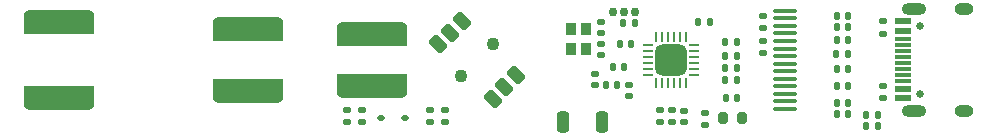
<source format=gbr>
%TF.GenerationSoftware,KiCad,Pcbnew,(6.99.0-4266-g9b4505c6d2)*%
%TF.CreationDate,2022-11-13T11:25:58+08:00*%
%TF.ProjectId,ESP_PD210,4553505f-5044-4323-9130-2e6b69636164,Bata1*%
%TF.SameCoordinates,Original*%
%TF.FileFunction,Soldermask,Top*%
%TF.FilePolarity,Negative*%
%FSLAX46Y46*%
G04 Gerber Fmt 4.6, Leading zero omitted, Abs format (unit mm)*
G04 Created by KiCad (PCBNEW (6.99.0-4266-g9b4505c6d2)) date 2022-11-13 11:25:58*
%MOMM*%
%LPD*%
G01*
G04 APERTURE LIST*
G04 Aperture macros list*
%AMRoundRect*
0 Rectangle with rounded corners*
0 $1 Rounding radius*
0 $2 $3 $4 $5 $6 $7 $8 $9 X,Y pos of 4 corners*
0 Add a 4 corners polygon primitive as box body*
4,1,4,$2,$3,$4,$5,$6,$7,$8,$9,$2,$3,0*
0 Add four circle primitives for the rounded corners*
1,1,$1+$1,$2,$3*
1,1,$1+$1,$4,$5*
1,1,$1+$1,$6,$7*
1,1,$1+$1,$8,$9*
0 Add four rect primitives between the rounded corners*
20,1,$1+$1,$2,$3,$4,$5,0*
20,1,$1+$1,$4,$5,$6,$7,0*
20,1,$1+$1,$6,$7,$8,$9,0*
20,1,$1+$1,$8,$9,$2,$3,0*%
%AMFreePoly0*
4,1,17,-3.000000,0.500000,-2.988573,0.606283,-2.938839,0.739624,-2.853553,0.853553,-2.739624,0.938839,-2.606283,0.988573,-2.500000,1.000000,2.500000,1.000000,2.606283,0.988573,2.739624,0.938839,2.853553,0.853553,2.938839,0.739624,2.988573,0.606283,3.000000,0.500000,3.000000,-1.000000,-3.000000,-1.000000,-3.000000,0.500000,-3.000000,0.500000,$1*%
G04 Aperture macros list end*
%ADD10RoundRect,0.250000X0.250000X0.650000X-0.250000X0.650000X-0.250000X-0.650000X0.250000X-0.650000X0*%
%ADD11RoundRect,0.140000X-0.170000X0.140000X-0.170000X-0.140000X0.170000X-0.140000X0.170000X0.140000X0*%
%ADD12RoundRect,0.147500X0.172500X-0.147500X0.172500X0.147500X-0.172500X0.147500X-0.172500X-0.147500X0*%
%ADD13RoundRect,0.135000X0.135000X0.185000X-0.135000X0.185000X-0.135000X-0.185000X0.135000X-0.185000X0*%
%ADD14C,0.750000*%
%ADD15RoundRect,0.135000X0.185000X-0.135000X0.185000X0.135000X-0.185000X0.135000X-0.185000X-0.135000X0*%
%ADD16RoundRect,0.140000X-0.140000X-0.170000X0.140000X-0.170000X0.140000X0.170000X-0.140000X0.170000X0*%
%ADD17RoundRect,0.140000X0.170000X-0.140000X0.170000X0.140000X-0.170000X0.140000X-0.170000X-0.140000X0*%
%ADD18RoundRect,0.140000X0.140000X0.170000X-0.140000X0.170000X-0.140000X-0.170000X0.140000X-0.170000X0*%
%ADD19RoundRect,0.200000X0.200000X0.275000X-0.200000X0.275000X-0.200000X-0.275000X0.200000X-0.275000X0*%
%ADD20RoundRect,0.135000X-0.185000X0.135000X-0.185000X-0.135000X0.185000X-0.135000X0.185000X0.135000X0*%
%ADD21RoundRect,0.225000X-0.225000X0.325000X-0.225000X-0.325000X0.225000X-0.325000X0.225000X0.325000X0*%
%ADD22FreePoly0,0.000000*%
%ADD23FreePoly0,180.000000*%
%ADD24C,1.100000*%
%ADD25RoundRect,0.250000X0.176777X-0.530330X0.530330X-0.176777X-0.176777X0.530330X-0.530330X0.176777X0*%
%ADD26RoundRect,0.135000X-0.135000X-0.185000X0.135000X-0.185000X0.135000X0.185000X-0.135000X0.185000X0*%
%ADD27RoundRect,0.080000X0.920000X-0.080000X0.920000X0.080000X-0.920000X0.080000X-0.920000X-0.080000X0*%
%ADD28RoundRect,0.112500X-0.187500X-0.112500X0.187500X-0.112500X0.187500X0.112500X-0.187500X0.112500X0*%
%ADD29RoundRect,0.062500X0.062500X-0.350000X0.062500X0.350000X-0.062500X0.350000X-0.062500X-0.350000X0*%
%ADD30RoundRect,0.062500X0.350000X-0.062500X0.350000X0.062500X-0.350000X0.062500X-0.350000X-0.062500X0*%
%ADD31RoundRect,0.675000X0.675000X-0.675000X0.675000X0.675000X-0.675000X0.675000X-0.675000X-0.675000X0*%
%ADD32C,0.650000*%
%ADD33R,1.450000X0.600000*%
%ADD34R,1.450000X0.300000*%
%ADD35O,2.100000X1.000000*%
%ADD36O,1.600000X1.000000*%
%ADD37RoundRect,0.147500X-0.147500X-0.172500X0.147500X-0.172500X0.147500X0.172500X-0.147500X0.172500X0*%
G04 APERTURE END LIST*
D10*
%TO.C,AE1*%
X162503025Y-110001606D03*
X159203025Y-110001606D03*
%TD*%
D11*
%TO.C,C14*%
X140953025Y-109016606D03*
X140953025Y-109976606D03*
%TD*%
D12*
%TO.C,L1*%
X168413029Y-109986603D03*
X168413029Y-109016603D03*
%TD*%
D13*
%TO.C,R8*%
X173953017Y-105431608D03*
X172933017Y-105431608D03*
%TD*%
D11*
%TO.C,C23*%
X164773025Y-106866606D03*
X164773025Y-107826606D03*
%TD*%
D14*
%TO.C,J1*%
X165323032Y-100686609D03*
X164373032Y-100686609D03*
X163423032Y-100686609D03*
%TD*%
D15*
%TO.C,R23*%
X176163025Y-102061606D03*
X176163025Y-101041606D03*
%TD*%
D16*
%TO.C,C16*%
X172963017Y-106446606D03*
X173923017Y-106446606D03*
%TD*%
D17*
%TO.C,C11*%
X169443025Y-109981603D03*
X169443025Y-109021603D03*
%TD*%
D12*
%TO.C,L2*%
X162443013Y-104321605D03*
X162443013Y-103351605D03*
%TD*%
D18*
%TO.C,C8*%
X183343025Y-101981606D03*
X182383025Y-101981606D03*
%TD*%
D19*
%TO.C,TH1*%
X174398025Y-109681606D03*
X172748025Y-109681606D03*
%TD*%
D20*
%TO.C,R5*%
X142163025Y-108986606D03*
X142163025Y-110006606D03*
%TD*%
D13*
%TO.C,R2*%
X165293025Y-101626606D03*
X164273025Y-101626606D03*
%TD*%
D18*
%TO.C,C5*%
X165013025Y-103396606D03*
X164053025Y-103396606D03*
%TD*%
D13*
%TO.C,R1*%
X183373025Y-104256606D03*
X182353025Y-104256606D03*
%TD*%
D16*
%TO.C,C15*%
X170683037Y-101526612D03*
X171643037Y-101526612D03*
%TD*%
D20*
%TO.C,R18*%
X171233025Y-109191606D03*
X171233025Y-110211606D03*
%TD*%
D21*
%TO.C,X1*%
X159873025Y-102146606D03*
X159873025Y-103846606D03*
X161173025Y-103846606D03*
X161173025Y-102146606D03*
%TD*%
D15*
%TO.C,R10*%
X147943026Y-110006606D03*
X147943026Y-108986606D03*
%TD*%
D20*
%TO.C,R22*%
X176163025Y-103111606D03*
X176163025Y-104131606D03*
%TD*%
D18*
%TO.C,C13*%
X183343025Y-100981606D03*
X182383025Y-100981606D03*
%TD*%
D16*
%TO.C,C10*%
X173033025Y-107961606D03*
X173993025Y-107961606D03*
%TD*%
D22*
%TO.C,J2*%
X116563024Y-101531605D03*
D23*
X116563024Y-107931605D03*
D22*
X132563024Y-102131605D03*
D23*
X132563024Y-107331605D03*
D22*
X143063024Y-102531605D03*
D23*
X143063024Y-106931605D03*
%TD*%
D24*
%TO.C,SW1*%
X153306528Y-103388103D03*
X150619522Y-106075109D03*
D25*
X150654877Y-101443559D03*
X149664928Y-102433509D03*
X148674978Y-103423458D03*
X155251072Y-106039754D03*
X154261122Y-107029703D03*
X153271173Y-108019653D03*
%TD*%
D26*
%TO.C,R19*%
X184863025Y-110361606D03*
X185883025Y-110361606D03*
%TD*%
D18*
%TO.C,C2*%
X183343025Y-108376606D03*
X182383025Y-108376606D03*
%TD*%
D16*
%TO.C,C7*%
X182383025Y-105481606D03*
X183343025Y-105481606D03*
%TD*%
D18*
%TO.C,C3*%
X183343025Y-106981606D03*
X182383025Y-106981606D03*
%TD*%
D27*
%TO.C,U1*%
X178043025Y-108891606D03*
X178043025Y-108251606D03*
X178043025Y-107611606D03*
X178043025Y-106971606D03*
X178043025Y-106331606D03*
X178043025Y-105691606D03*
X178043025Y-105051606D03*
X178043025Y-104411606D03*
X178043025Y-103771606D03*
X178043025Y-103131606D03*
X178043025Y-102491606D03*
X178043025Y-101851606D03*
X178043025Y-101211606D03*
X178043025Y-100571606D03*
%TD*%
D28*
%TO.C,D1*%
X143783025Y-109636606D03*
X145883020Y-109636606D03*
%TD*%
D16*
%TO.C,C1*%
X182383025Y-109346606D03*
X183343025Y-109346606D03*
%TD*%
D29*
%TO.C,U2*%
X167123025Y-106694106D03*
X167623025Y-106694106D03*
X168123025Y-106694106D03*
X168623025Y-106694106D03*
X169123025Y-106694106D03*
X169623025Y-106694106D03*
D30*
X170335525Y-105981606D03*
X170335525Y-105481606D03*
X170335525Y-104981606D03*
X170335525Y-104481606D03*
X170335525Y-103981606D03*
X170335525Y-103481606D03*
D29*
X169623025Y-102769106D03*
X169123025Y-102769106D03*
X168623025Y-102769106D03*
X168123025Y-102769106D03*
X167623025Y-102769106D03*
X167123025Y-102769106D03*
D30*
X166410525Y-103481606D03*
X166410525Y-103981606D03*
X166410525Y-104481606D03*
X166410525Y-104981606D03*
X166410525Y-105481606D03*
X166410525Y-105981606D03*
D31*
X168373027Y-104731618D03*
%TD*%
D11*
%TO.C,C12*%
X167393025Y-109011595D03*
X167393025Y-109971595D03*
%TD*%
D32*
%TO.C,J3*%
X189483825Y-107621606D03*
X189483825Y-101841606D03*
D33*
X188038824Y-107981605D03*
X188038824Y-107181605D03*
D34*
X188038824Y-105981605D03*
X188038824Y-104981605D03*
X188038824Y-104481605D03*
X188038824Y-103481605D03*
D33*
X188038824Y-102281605D03*
X188038824Y-101481605D03*
X188038824Y-101481605D03*
X188038824Y-102281605D03*
D34*
X188038824Y-102981605D03*
X188038824Y-103981605D03*
X188038824Y-105481605D03*
X188038824Y-106481605D03*
D33*
X188038824Y-107181605D03*
X188038824Y-107981605D03*
D35*
X188953824Y-109051605D03*
D36*
X193133824Y-109051605D03*
D35*
X188953824Y-100411605D03*
D36*
X193133824Y-100411605D03*
%TD*%
D20*
%TO.C,R9*%
X149263025Y-108986606D03*
X149263025Y-110006606D03*
%TD*%
D37*
%TO.C,L4*%
X162848025Y-106866606D03*
X163818025Y-106866606D03*
%TD*%
D15*
%TO.C,R20*%
X186333025Y-102501606D03*
X186333025Y-101481606D03*
%TD*%
D16*
%TO.C,C17*%
X172953035Y-103241595D03*
X173913035Y-103241595D03*
%TD*%
D17*
%TO.C,C22*%
X161894812Y-106866606D03*
X161894812Y-105906606D03*
%TD*%
D20*
%TO.C,R21*%
X186333025Y-106961606D03*
X186333025Y-107981606D03*
%TD*%
D13*
%TO.C,R14*%
X173943035Y-104396606D03*
X172923035Y-104396606D03*
%TD*%
D17*
%TO.C,C6*%
X162443025Y-102446606D03*
X162443025Y-101486606D03*
%TD*%
D18*
%TO.C,C9*%
X183343025Y-103076606D03*
X182383025Y-103076606D03*
%TD*%
D13*
%TO.C,R13*%
X185883025Y-109371606D03*
X184863025Y-109371606D03*
%TD*%
D18*
%TO.C,C4*%
X164423025Y-105306606D03*
X163463025Y-105306606D03*
%TD*%
M02*

</source>
